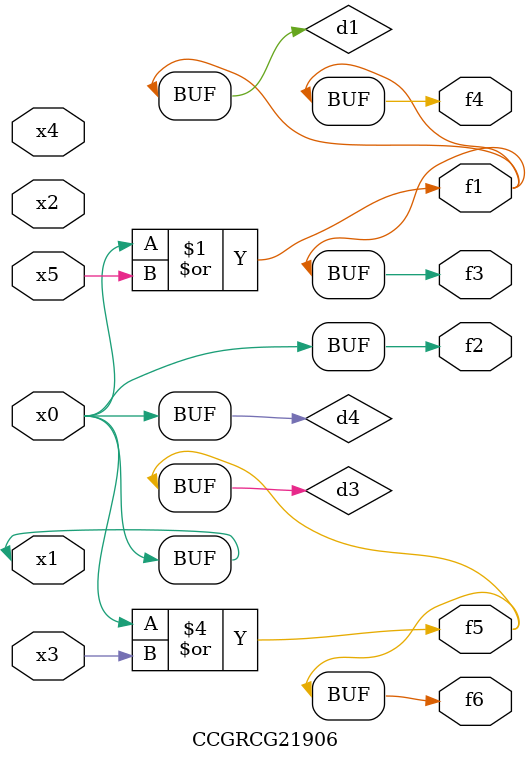
<source format=v>
module CCGRCG21906(
	input x0, x1, x2, x3, x4, x5,
	output f1, f2, f3, f4, f5, f6
);

	wire d1, d2, d3, d4;

	or (d1, x0, x5);
	xnor (d2, x1, x4);
	or (d3, x0, x3);
	buf (d4, x0, x1);
	assign f1 = d1;
	assign f2 = d4;
	assign f3 = d1;
	assign f4 = d1;
	assign f5 = d3;
	assign f6 = d3;
endmodule

</source>
